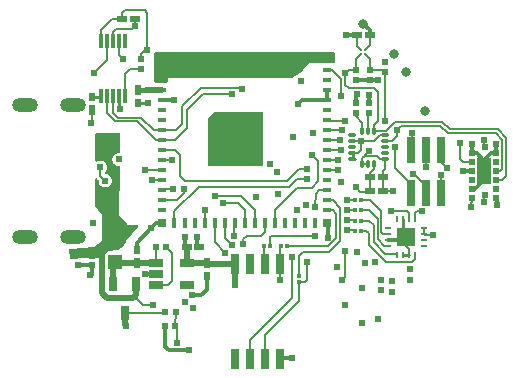
<source format=gtl>
G04 Layer: TopLayer*
G04 Panelize: , Column: 1, Row: 1, Board Size: 43.14mm x 33.02mm, Panelized Board Size: 43.14mm x 33.02mm*
G04 EasyEDA v6.5.37, 2023-11-04 14:50:19*
G04 5fb9839a784f4b4dba235304687c7bf2,9a4ed40c0dd746429eaf55b84663d2fb,10*
G04 Gerber Generator version 0.2*
G04 Scale: 100 percent, Rotated: No, Reflected: No *
G04 Dimensions in millimeters *
G04 leading zeros omitted , absolute positions ,4 integer and 5 decimal *
%FSLAX45Y45*%
%MOMM*%

%AMMACRO1*21,1,$1,$2,0,0,$3*%
%AMMACRO2*4,1,4,-0.2,0.4001,0.2,0.4001,0.2,-0.4001,-0.2,-0.4001,-0.2,0.4001,0*%
%AMMACRO3*4,1,4,-0.1999,0.4001,0.1999,0.4001,0.1999,-0.4001,-0.1999,-0.4001,-0.1999,0.4001,0*%
%ADD10C,0.2000*%
%ADD11C,0.1600*%
%ADD12C,0.3000*%
%ADD13C,0.5000*%
%ADD14C,0.2616*%
%ADD15C,0.2620*%
%ADD16C,0.3130*%
%ADD17C,0.2110*%
%ADD18C,0.2960*%
%ADD19C,0.3632*%
%ADD20C,0.4648*%
%ADD21R,1.1999X1.1999*%
%ADD22R,0.7000X1.2500*%
%ADD23MACRO1,0.324X0.3031X-90.0000*%
%ADD24MACRO1,0.54X0.7901X0.0000*%
%ADD25R,0.5400X0.7901*%
%ADD26MACRO1,0.6223X1.1049X-90.0000*%
%ADD27MACRO1,0.54X0.5656X90.0000*%
%ADD28MACRO1,0.54X0.5656X0.0000*%
%ADD29R,0.5400X0.5657*%
%ADD30MACRO1,0.54X0.7901X90.0000*%
%ADD31MACRO1,0.54X0.5656X-90.0000*%
%ADD32R,1.2000X1.2000*%
%ADD33R,0.6000X0.5000*%
%ADD34R,0.3000X1.3000*%
%ADD35MACRO1,0.54X0.7901X-90.0000*%
%ADD36R,0.2500X0.6000*%
%ADD37R,0.6000X0.2500*%
%ADD38R,1.5000X1.5000*%
%ADD39MACRO1,0.324X0.3031X0.0000*%
%ADD40R,0.3240X0.3031*%
%ADD41MACRO1,0.324X0.3031X90.0000*%
%ADD42R,0.7112X1.7406*%
%ADD43O,0.7999984X0.2800096*%
%ADD44O,0.2800096X0.7999984*%
%ADD45R,0.8001X0.8001*%
%ADD46MACRO2*%
%ADD47MACRO3*%
%ADD48R,0.8001X0.4001*%
%ADD49R,0.7400X2.2000*%
%ADD50R,0.5000X0.5000*%
%ADD51R,1.2000X2.3160*%
%ADD52O,2.1999956000000003X1.1999976*%
%ADD53C,0.8000*%
%ADD54C,0.6096*%
%ADD55C,0.6200*%
%ADD56C,0.0107*%

%LPD*%
G36*
X-459435Y1491538D02*
G01*
X-463296Y1492250D01*
X-466598Y1494434D01*
X-468833Y1497685D01*
X-469646Y1501597D01*
X-471271Y1660347D01*
X-470306Y1665833D01*
X-470306Y1737868D01*
X-469544Y1741728D01*
X-467309Y1745030D01*
X-464007Y1747266D01*
X-460146Y1748028D01*
X1048359Y1748028D01*
X1052271Y1747266D01*
X1055522Y1745030D01*
X1057757Y1741728D01*
X1058519Y1737868D01*
X1058519Y1668627D01*
X1057757Y1664766D01*
X1055573Y1661464D01*
X1052322Y1659280D01*
X1048512Y1658467D01*
X839114Y1655825D01*
X837184Y1654962D01*
X793140Y1596034D01*
X790549Y1593596D01*
X699363Y1534007D01*
X696722Y1532788D01*
X693826Y1532331D01*
X-120243Y1531315D01*
X-355955Y1529283D01*
X-356971Y1528318D01*
X-356311Y1502562D01*
X-356971Y1498600D01*
X-359156Y1495247D01*
X-362458Y1492961D01*
X-366369Y1492148D01*
G37*

%LPD*%
G36*
X-3759Y787349D02*
G01*
X-7670Y788111D01*
X-10922Y790295D01*
X-13157Y793597D01*
X-13919Y797509D01*
X-13919Y1181912D01*
X-13157Y1185824D01*
X-10922Y1189075D01*
X41503Y1241552D01*
X44805Y1243787D01*
X48717Y1244549D01*
X444550Y1244549D01*
X448462Y1243787D01*
X451713Y1241552D01*
X453948Y1238250D01*
X454710Y1234389D01*
X454710Y797509D01*
X453948Y793597D01*
X451713Y790295D01*
X448462Y788111D01*
X444550Y787349D01*
G37*

%LPD*%
G36*
X-1174445Y1219D02*
G01*
X-1178356Y1828D01*
X-1181760Y3860D01*
X-1184097Y7112D01*
X-1185011Y10972D01*
X-1187551Y76504D01*
X-1186942Y80365D01*
X-1184960Y83718D01*
X-1181862Y86055D01*
X-1178102Y87020D01*
X-978611Y100787D01*
X-977239Y101142D01*
X-913536Y150774D01*
X-912469Y152552D01*
X-910590Y371652D01*
X-910945Y373126D01*
X-966978Y448665D01*
X-968451Y451510D01*
X-969010Y454710D01*
X-969010Y671474D01*
X-968197Y675487D01*
X-965860Y678840D01*
X-962406Y680974D01*
X-958342Y681583D01*
X-954379Y680567D01*
X-950163Y676910D01*
X-943406Y670153D01*
X-941019Y666445D01*
X-939647Y651865D01*
X-937107Y642416D01*
X-932942Y633476D01*
X-927303Y625449D01*
X-920394Y618490D01*
X-912317Y612851D01*
X-903427Y608736D01*
X-893927Y606196D01*
X-884123Y605332D01*
X-874369Y606196D01*
X-864869Y608736D01*
X-855980Y612851D01*
X-847902Y618490D01*
X-840994Y625449D01*
X-835355Y633476D01*
X-831189Y642416D01*
X-828649Y651865D01*
X-827786Y661670D01*
X-828649Y671474D01*
X-831189Y680923D01*
X-835355Y689864D01*
X-840994Y697890D01*
X-847902Y704850D01*
X-855980Y710488D01*
X-864869Y714603D01*
X-874369Y717143D01*
X-879856Y717651D01*
X-883462Y718667D01*
X-886460Y720902D01*
X-888441Y724103D01*
X-889152Y728776D01*
X-888390Y732688D01*
X-886155Y735990D01*
X-881887Y740257D01*
X-876249Y748284D01*
X-872083Y757224D01*
X-869543Y766673D01*
X-868680Y776478D01*
X-869543Y786282D01*
X-872083Y795731D01*
X-876249Y804672D01*
X-881887Y812698D01*
X-888796Y819658D01*
X-896874Y825296D01*
X-905764Y829411D01*
X-915263Y831951D01*
X-925017Y832815D01*
X-934821Y831951D01*
X-944321Y829411D01*
X-953211Y825296D01*
X-957275Y823671D01*
X-961644Y823925D01*
X-965504Y825957D01*
X-968146Y829411D01*
X-969060Y833678D01*
X-969111Y1036116D01*
X-969365Y1056182D01*
X-968603Y1060145D01*
X-966419Y1063498D01*
X-963066Y1065682D01*
X-959103Y1066444D01*
X-767080Y1064869D01*
X-763168Y1064056D01*
X-759917Y1061821D01*
X-757732Y1058519D01*
X-757021Y1054608D01*
X-757275Y1031900D01*
X-757021Y1030681D01*
X-758291Y908913D01*
X-759002Y905256D01*
X-761034Y902055D01*
X-764032Y899871D01*
X-767638Y898906D01*
X-778916Y897991D01*
X-788365Y895451D01*
X-797255Y891336D01*
X-805332Y885698D01*
X-812241Y878738D01*
X-817880Y870712D01*
X-822045Y861771D01*
X-824585Y852322D01*
X-825449Y842518D01*
X-824585Y832713D01*
X-822045Y823264D01*
X-817880Y814324D01*
X-812241Y806297D01*
X-805332Y799338D01*
X-797255Y793699D01*
X-788365Y789584D01*
X-778865Y787044D01*
X-768959Y786180D01*
X-765352Y785114D01*
X-762355Y782878D01*
X-760374Y779627D01*
X-759714Y775919D01*
X-763981Y369062D01*
X-763524Y367436D01*
X-702208Y293065D01*
X-700430Y289864D01*
X-699922Y285597D01*
X-617321Y286105D01*
X-613562Y285445D01*
X-610311Y283413D01*
X-608076Y280314D01*
X-607110Y276656D01*
X-607568Y272846D01*
X-609396Y269494D01*
X-705408Y152806D01*
X-705713Y145592D01*
X-706374Y142443D01*
X-707948Y139649D01*
X-743458Y95707D01*
X-746963Y92913D01*
X-751281Y91897D01*
X-762304Y91795D01*
X-779627Y74523D01*
X-782878Y72390D01*
X-786638Y71577D01*
X-858570Y70510D01*
X-859282Y63449D01*
X-860348Y59791D01*
X-862736Y56794D01*
X-866089Y54864D01*
X-872845Y52578D01*
X-877722Y49479D01*
X-881786Y45415D01*
X-884885Y40487D01*
X-886815Y35052D01*
X-887526Y28702D01*
X-888746Y24841D01*
X-891387Y21793D01*
X-894943Y20015D01*
X-951585Y4724D01*
X-954430Y4368D01*
X-1053744Y6350D01*
G37*

%LPD*%
G36*
X217271Y1226108D02*
G01*
X157276Y1166114D01*
X157276Y1106119D01*
X277266Y1106119D01*
X277266Y1226108D01*
G37*
D10*
X-992883Y1258155D02*
G01*
X-992883Y1161034D01*
X-1001778Y1152136D01*
D11*
X1512394Y110329D02*
G01*
X1479628Y110329D01*
X1421208Y169003D01*
X1421208Y339691D01*
X1349834Y411065D01*
X1277698Y411065D01*
X1512399Y210408D02*
G01*
X1470317Y210408D01*
X1453895Y226829D01*
X1453895Y402757D01*
X1359583Y497070D01*
X1280949Y497070D01*
X1587578Y35145D02*
G01*
X1583006Y39717D01*
X1487248Y39717D01*
X1387172Y140047D01*
X1387172Y283811D01*
X1352628Y318101D01*
X1278460Y318101D01*
X1279222Y239107D02*
G01*
X1327482Y239107D01*
X1349326Y217517D01*
X1349326Y117441D01*
X1491312Y-24544D01*
X1491312Y-24544D02*
G01*
X1714832Y-24544D01*
X1737692Y-1684D01*
X1737692Y35145D01*
X758014Y-144178D02*
G01*
X758014Y26509D01*
X789764Y58259D01*
X1007696Y58259D01*
X1103962Y154525D01*
X1103962Y433163D01*
X1042748Y494377D01*
X997028Y494377D01*
X655398Y106773D02*
G01*
X1005156Y106773D01*
X1071196Y172813D01*
X1071196Y380839D01*
X1042494Y409287D01*
X997028Y409287D01*
X41988Y303877D02*
G01*
X41988Y140047D01*
X129110Y52925D01*
D10*
X127078Y304385D02*
G01*
X127078Y176369D01*
X188038Y115409D01*
D12*
X2427450Y518972D02*
G01*
X2428887Y517535D01*
X2428887Y454400D01*
X2427450Y893958D02*
G01*
X2385456Y895601D01*
X2318148Y828294D01*
X2318148Y817869D01*
X2217465Y893958D02*
G01*
X2260488Y893574D01*
X2318148Y835913D01*
X2318148Y817869D01*
X2217465Y968961D02*
G01*
X2217465Y893958D01*
X2217465Y593958D02*
G01*
X2250071Y594360D01*
X2321956Y666244D01*
X2321956Y742939D01*
X2427450Y968961D02*
G01*
X2427450Y893958D01*
D11*
X2427437Y668873D02*
G01*
X2478001Y668873D01*
X2508387Y699254D01*
X2508387Y1011425D01*
X2217465Y518972D02*
G01*
X2215779Y438147D01*
D12*
X2217460Y743958D02*
G01*
X2214918Y746498D01*
X2141222Y746498D01*
D11*
X2322464Y478962D02*
G01*
X2322464Y530618D01*
X2333464Y541619D01*
X2322464Y1008959D02*
G01*
X2322464Y956472D01*
X2331679Y947257D01*
D13*
X-523669Y1429351D02*
G01*
X-403019Y1429351D01*
D12*
X-455853Y-130718D02*
G01*
X-456968Y-131833D01*
X-544319Y-131833D01*
D10*
X-480997Y-391574D02*
G01*
X-564309Y-391574D01*
X-626793Y-329090D01*
X-626793Y-296070D01*
X-625602Y-296163D01*
D13*
X-625523Y-210726D02*
G01*
X-625523Y-310040D01*
X-646097Y-330614D01*
X-867077Y-330614D01*
X-911019Y-286418D01*
X-911019Y62831D01*
D12*
X1352359Y1320380D02*
G01*
X1346964Y1325775D01*
X1346964Y1389118D01*
D11*
X1833879Y560669D02*
G01*
X1833879Y614347D01*
X1729922Y718304D01*
X1724154Y718304D01*
D12*
X997005Y304325D02*
G01*
X1000000Y301332D01*
X1000000Y180078D01*
D10*
X1356537Y572470D02*
G01*
X1352273Y568197D01*
X1276598Y568197D01*
X1240792Y604004D01*
X1391879Y804631D02*
G01*
X1391879Y763483D01*
X1354581Y726186D01*
X1358574Y722193D01*
X1358574Y689564D01*
X1465658Y572355D02*
G01*
X1555828Y572863D01*
X1350342Y914493D02*
G01*
X1314782Y878933D01*
X1314782Y872837D01*
X552023Y304388D02*
G01*
X552023Y416653D01*
X737946Y602584D01*
X864946Y602584D01*
X913711Y655411D01*
X913711Y831771D01*
X870460Y875022D01*
D11*
X-403019Y919319D02*
G01*
X-292275Y919319D01*
X-250111Y877409D01*
X-250111Y700879D01*
X-209217Y659731D01*
X651842Y659731D01*
X-298119Y303877D02*
G01*
X-298119Y406478D01*
X-93903Y610707D01*
X674720Y610707D01*
X741931Y677918D01*
X827534Y677918D01*
X827280Y760722D02*
G01*
X752825Y760722D01*
X651837Y659734D01*
D12*
X-86461Y99568D02*
G01*
X-105915Y119021D01*
X-105915Y187444D01*
D11*
X469648Y-845573D02*
G01*
X469648Y-647694D01*
X758014Y-359328D01*
X758014Y-192692D01*
X758014Y-192692D02*
G01*
X808814Y-192692D01*
X820168Y-181338D01*
X820168Y-28455D01*
X-290220Y-567695D02*
G01*
X-272539Y-585376D01*
X-272539Y-709429D01*
D12*
X-376857Y-567596D02*
G01*
X-376857Y-742348D01*
X-344853Y-774098D01*
X-177213Y-774098D01*
X-206499Y183380D02*
G01*
X-206499Y110589D01*
X-195478Y99568D01*
X-25067Y-144178D02*
G01*
X-25067Y-261272D01*
X-70533Y-306738D01*
X-151813Y-306738D01*
X-495297Y261612D02*
G01*
X-452584Y304325D01*
X-402993Y304325D01*
X-618919Y74007D02*
G01*
X-618919Y137990D01*
X-495297Y261612D01*
X-997884Y-52230D02*
G01*
X-999162Y-137068D01*
X-1000841Y-135389D01*
X-1013711Y-135389D01*
X-997965Y-52196D02*
G01*
X-1002017Y-56248D01*
X-1117856Y-56248D01*
D10*
X1687654Y35145D02*
G01*
X1686638Y84421D01*
X1662508Y108297D01*
X1662508Y185005D01*
X1481896Y1044610D02*
G01*
X1445168Y1044610D01*
X1395222Y994663D01*
X1283461Y994663D01*
X1358470Y689449D02*
G01*
X1356438Y572355D01*
X1202006Y894681D02*
G01*
X1255854Y894681D01*
X1283540Y922367D01*
X1283540Y994757D01*
X1201882Y994620D02*
G01*
X1201915Y994656D01*
X1283464Y994656D01*
D11*
X1481889Y994630D02*
G01*
X1543004Y994630D01*
X1562181Y1013807D01*
D12*
X1248234Y1893917D02*
G01*
X1157556Y1892139D01*
X1247726Y1391759D02*
G01*
X1235270Y1379303D01*
X1235270Y1319126D01*
D11*
X1391998Y1084673D02*
G01*
X1391998Y1131663D01*
X1425018Y1164937D01*
X1425018Y1414873D01*
X1394538Y1445607D01*
X1177622Y1445607D01*
X1148412Y1474817D01*
X1148412Y1573369D01*
X1176606Y1601563D01*
X1236550Y1601563D01*
D12*
X1356438Y1514708D02*
G01*
X1359120Y1517388D01*
X1421640Y1517388D01*
X1236550Y1514949D02*
G01*
X1356438Y1514695D01*
X997005Y1344330D02*
G01*
X784016Y1344330D01*
X749302Y1309616D01*
X997000Y1429318D02*
G01*
X997000Y1344330D01*
X1300612Y1991888D02*
G01*
X1357320Y1935180D01*
X1357320Y1893945D01*
D11*
X1291922Y1084673D02*
G01*
X1291922Y1150967D01*
X1235280Y1207609D01*
X1235280Y1232501D01*
D14*
X1213436Y894681D02*
G01*
X1213436Y842865D01*
X1228676Y842865D01*
D11*
X1291922Y804511D02*
G01*
X1291922Y849977D01*
X1314782Y872837D01*
X1418160Y872837D01*
X1446100Y844643D01*
X1493344Y844643D01*
X1960879Y560669D02*
G01*
X1960628Y560920D01*
X1960628Y708906D01*
X1232639Y497070D02*
G01*
X1232131Y497578D01*
X1160274Y497578D01*
X1110820Y1381091D02*
G01*
X1110820Y1522823D01*
X1034112Y1599277D01*
X997028Y1599277D01*
X1570230Y945126D02*
G01*
X1570230Y768266D01*
X1635838Y702657D01*
X1706882Y560671D02*
G01*
X1706882Y631614D01*
X1635838Y702657D01*
X1833879Y920666D02*
G01*
X1833879Y780011D01*
X1833374Y779505D01*
X1833374Y776978D01*
X997005Y749333D02*
G01*
X997049Y749292D01*
X1089662Y749292D01*
X997005Y834321D02*
G01*
X998722Y832604D01*
X1090170Y832604D01*
X997005Y919340D02*
G01*
X997394Y919726D01*
X1107950Y919726D01*
X997005Y1004326D02*
G01*
X1000290Y1007610D01*
X1103886Y1007610D01*
X997005Y1089314D02*
G01*
X997176Y1089144D01*
X1116586Y1089144D01*
X997005Y1174325D02*
G01*
X1000653Y1170678D01*
X1145542Y1170678D01*
D10*
X1116840Y-181109D02*
G01*
X1141989Y-155961D01*
X1141989Y63235D01*
D11*
X1706879Y920666D02*
G01*
X1713740Y927526D01*
X1713740Y1066030D01*
X1562181Y1013807D02*
G01*
X1588264Y1039891D01*
X1588264Y1088890D01*
X-402993Y834321D02*
G01*
X-401530Y832858D01*
X-318767Y832858D01*
X-403019Y494377D02*
G01*
X-277792Y494377D01*
X-218691Y553481D01*
X-218691Y592320D01*
X596645Y-46517D02*
G01*
X596645Y-180604D01*
X596140Y-181109D01*
X-816785Y1377027D02*
G01*
X-816785Y1237581D01*
X-775383Y1196433D01*
X-581835Y1196433D01*
X-474901Y1089245D01*
X-403019Y1089245D01*
X342648Y-845573D02*
G01*
X342648Y-683519D01*
X695965Y-330202D01*
X695965Y18023D01*
D10*
X297007Y304325D02*
G01*
X297007Y414309D01*
X241170Y470146D01*
X113286Y470146D01*
X381988Y304325D02*
G01*
X381988Y411767D01*
X264934Y528820D01*
X45722Y528820D01*
D11*
X-402993Y579335D02*
G01*
X-393057Y589272D01*
X-307591Y589272D01*
X-403019Y749393D02*
G01*
X-545259Y748377D01*
X-403019Y664303D02*
G01*
X-489125Y665065D01*
X1230866Y239034D02*
G01*
X1224541Y245356D01*
X1159258Y245356D01*
X1230096Y318023D02*
G01*
X1219959Y328160D01*
X1162814Y328160D01*
X1229339Y410966D02*
G01*
X1228829Y410456D01*
X1163322Y410456D01*
X506757Y105910D02*
G01*
X506757Y180616D01*
X519429Y193286D01*
X895357Y193286D01*
D10*
X466930Y304385D02*
G01*
X466930Y226661D01*
X436450Y196181D01*
X318086Y196181D01*
X286082Y164177D01*
X286082Y129379D01*
D11*
X-40891Y413758D02*
G01*
X-40891Y306438D01*
X-43004Y304325D01*
X895428Y441037D02*
G01*
X897206Y551273D01*
X925400Y579213D01*
X997028Y579213D01*
X607037Y106672D02*
G01*
X596645Y96281D01*
X596645Y-46517D01*
X458447Y105910D02*
G01*
X458447Y-35318D01*
X469645Y-46517D01*
D13*
X215645Y-46517D02*
G01*
X215645Y-222768D01*
X213108Y-225305D01*
X-196009Y-35720D02*
G01*
X-195501Y99661D01*
X-25067Y-35212D02*
G01*
X-196009Y-35720D01*
X215648Y-46515D02*
G01*
X-25069Y-46515D01*
X-25069Y-35201D01*
D10*
X210060Y192270D02*
G01*
X210060Y302374D01*
X212013Y304325D01*
X-288465Y-452280D02*
G01*
X-290243Y-567596D01*
X-375003Y-452371D02*
G01*
X-383392Y-460763D01*
X-720595Y-460763D01*
D13*
X-720595Y-460763D02*
G01*
X-720595Y-552195D01*
X-706120Y-566671D01*
D10*
X-370761Y100169D02*
G01*
X-321231Y50639D01*
X-321231Y-190914D01*
X-356029Y-225712D01*
X-455851Y-225712D01*
X-457375Y100169D02*
G01*
X-455851Y-35720D01*
D13*
X-618919Y-34958D02*
G01*
X-455851Y-35720D01*
X-801624Y-30706D02*
G01*
X-797392Y-34937D01*
X-618995Y-34937D01*
X-815591Y-210827D02*
G01*
X-815591Y-44678D01*
X-801618Y-30706D01*
D10*
X-884171Y661662D02*
G01*
X-925070Y702561D01*
X-925070Y720846D01*
X-925070Y776475D01*
D11*
X1737438Y335119D02*
G01*
X1737438Y384395D01*
X1756737Y403445D01*
X1797204Y403445D01*
X1797306Y403344D01*
X1687507Y334357D02*
G01*
X1687507Y386956D01*
X1672699Y401772D01*
X1527380Y401772D01*
X1532844Y401772D01*
X1536448Y405376D01*
X1812498Y260337D02*
G01*
X1812498Y210355D01*
X1812498Y210352D02*
G01*
X1819150Y203700D01*
X1891794Y203700D01*
D15*
X1662503Y185135D02*
G01*
X1637477Y210131D01*
X1637477Y335147D01*
X1687644Y35153D02*
G01*
X1637637Y35153D01*
D16*
X1512486Y160337D02*
G01*
X1637723Y160337D01*
X1662503Y185135D01*
D11*
X1356438Y1601307D02*
G01*
X1468531Y1601307D01*
X1483870Y1585968D01*
X1486489Y1583349D01*
X1486489Y1170122D01*
X1467688Y689449D02*
G01*
X1467180Y747107D01*
X1481889Y761817D01*
X1481889Y844618D01*
X1465658Y572355D02*
G01*
X1467690Y689449D01*
X1303393Y804585D02*
G01*
X1303446Y804638D01*
X1341884Y804638D01*
X1341884Y1084623D02*
G01*
X1341884Y1223332D01*
X1352359Y1233807D01*
X1318265Y1771528D02*
G01*
X1357320Y1810583D01*
X1357320Y1893945D01*
X1278285Y1771528D02*
G01*
X1248303Y1801510D01*
X1248303Y1893945D01*
X1278285Y1731548D02*
G01*
X1236553Y1689816D01*
X1236553Y1601525D01*
X1318265Y1731548D02*
G01*
X1356441Y1693372D01*
X1356441Y1601271D01*
D12*
X-304975Y1344007D02*
G01*
X-403019Y1344261D01*
D11*
X-332351Y1089314D02*
G01*
X-281152Y1089314D01*
X-232585Y1137886D01*
X-232585Y1292308D01*
X-76626Y1448262D01*
X269814Y1448262D01*
X277954Y1440121D01*
X-866767Y1378300D02*
G01*
X-866767Y1233832D01*
X-798245Y1165308D01*
X-615868Y1165308D01*
X-454886Y1004326D01*
X-290951Y1004326D01*
X-190418Y1104859D01*
X-190418Y1261061D01*
X-59618Y1391861D01*
X187784Y1391861D01*
X-402996Y1089314D02*
G01*
X-288719Y1089314D01*
D10*
X-916861Y1847181D02*
G01*
X-916861Y1939129D01*
X-825675Y2030061D01*
X-740331Y2030061D01*
X-740331Y2030061D02*
G01*
X-740331Y2083909D01*
X-714169Y2109817D01*
X-551609Y2109817D01*
X-526463Y2084671D01*
X-526463Y1764123D01*
X-816785Y1847181D02*
G01*
X-816785Y1924397D01*
X-793417Y1947765D01*
X-656003Y1947765D01*
X-631111Y1972657D01*
X-631111Y1972657D02*
G01*
X-631111Y1972657D01*
X-631111Y2030061D01*
X-578025Y1691225D02*
G01*
X-578025Y1734151D01*
X-548053Y1764123D01*
X-526463Y1764123D01*
X-766780Y1847103D02*
G01*
X-766780Y1729460D01*
X-733219Y1695899D01*
X-866785Y1847103D02*
G01*
X-866785Y1686803D01*
X-987216Y1566372D01*
D17*
X-716760Y1377104D02*
G01*
X-716760Y1563773D01*
X-675896Y1604637D01*
X-578004Y1604637D01*
D18*
X-520113Y1319979D02*
G01*
X-521004Y1320871D01*
X-606976Y1320871D01*
D19*
X596645Y-845576D02*
G01*
X602998Y-839223D01*
X693676Y-839223D01*
D20*
X-523669Y1429453D02*
G01*
X-524073Y1429857D01*
X-606976Y1429857D01*
D15*
X-992883Y1367172D02*
G01*
X-926693Y1367172D01*
X-916762Y1377104D01*
X-766767Y1377104D02*
G01*
X-766767Y1273771D01*
X-758111Y1265115D01*
D11*
X2217470Y818967D02*
G01*
X2142672Y818967D01*
X2117857Y843790D01*
X2117857Y981194D01*
X2116076Y981194D01*
X2508328Y1011521D02*
G01*
X2508328Y1026761D01*
X2437462Y1097627D01*
X2033602Y1097627D01*
X1970102Y1161127D01*
X1568528Y1161127D01*
X1492074Y1084673D01*
X1391998Y1084673D01*
X1588340Y1088991D02*
G01*
X1622376Y1123027D01*
X1953846Y1123027D01*
X2014806Y1062067D01*
X2422222Y1062067D01*
X2476832Y1007457D01*
X2476832Y759807D01*
X2461084Y744059D01*
X2427556Y744059D01*
X1960879Y920666D02*
G01*
X1960879Y823716D01*
X2012952Y771644D01*
D21*
G01*
X52250Y1011953D03*
G01*
X52250Y846955D03*
G01*
X217248Y846955D03*
G01*
X382247Y846955D03*
G01*
X382247Y1011953D03*
G01*
X382247Y1176952D03*
G01*
X217248Y1176952D03*
G01*
X217248Y1011953D03*
D22*
G01*
X-720519Y-460662D03*
G01*
X-815515Y-210726D03*
G01*
X-625523Y-210726D03*
D23*
G01*
X1230937Y239107D03*
G01*
X1279248Y239107D03*
G01*
X1230175Y318101D03*
G01*
X1278486Y318101D03*
G01*
X1229413Y411065D03*
G01*
X1277724Y411065D03*
G01*
X1232715Y497171D03*
G01*
X1281026Y497171D03*
D24*
G01*
X-992886Y1258166D03*
D25*
G01*
X-992883Y1367172D03*
D26*
G01*
X-195879Y-225783D03*
G01*
X-195879Y-35834D03*
G01*
X-455884Y-35831D03*
G01*
X-455884Y-130746D03*
G01*
X-455881Y-225778D03*
D27*
G01*
X-370737Y100076D03*
G01*
X-457302Y100076D03*
D28*
G01*
X-1117854Y30328D03*
D29*
G01*
X-1117851Y-56243D03*
D30*
G01*
X-86464Y99568D03*
G01*
X-195474Y99568D03*
D27*
G01*
X-288441Y-452373D03*
G01*
X-375006Y-452373D03*
D31*
G01*
X-376784Y-567689D03*
G01*
X-290219Y-567689D03*
D24*
G01*
X-618997Y-34947D03*
D25*
G01*
X-618995Y74058D03*
D32*
G01*
X-801621Y289272D03*
G01*
X-801621Y-30716D03*
D33*
G01*
X-997963Y-52204D03*
G01*
X-997963Y27805D03*
D34*
G01*
X-916759Y1377104D03*
G01*
X-866772Y1377104D03*
G01*
X-816785Y1377104D03*
G01*
X-766772Y1377104D03*
G01*
X-716760Y1377104D03*
G01*
X-716785Y1847080D03*
G01*
X-766772Y1847080D03*
G01*
X-816759Y1847080D03*
G01*
X-866772Y1847080D03*
G01*
X-916785Y1847080D03*
D35*
G01*
X1248305Y1893945D03*
G01*
X1357317Y1893945D03*
D24*
G01*
X-25064Y-35201D03*
D25*
G01*
X-25067Y-144203D03*
D24*
G01*
X-606978Y1429870D03*
D25*
G01*
X-606981Y1320868D03*
D36*
G01*
X1587654Y35145D03*
G01*
X1637642Y35145D03*
G01*
X1687654Y35145D03*
G01*
X1737641Y35145D03*
D37*
G01*
X1812495Y110355D03*
G01*
X1812495Y160342D03*
G01*
X1812495Y210355D03*
G01*
X1812495Y260342D03*
D36*
G01*
X1737489Y335145D03*
G01*
X1687502Y335145D03*
G01*
X1637489Y335145D03*
G01*
X1587654Y335145D03*
D37*
G01*
X1512496Y260342D03*
G01*
X1512496Y210355D03*
G01*
X1512496Y160342D03*
G01*
X1512496Y110355D03*
D38*
G01*
X1662508Y185132D03*
D28*
G01*
X-578022Y1691189D03*
D29*
G01*
X-578025Y1604611D03*
D30*
G01*
X1467589Y689564D03*
G01*
X1358577Y689564D03*
D28*
G01*
X1235268Y1232548D03*
D29*
G01*
X1235280Y1319115D03*
D28*
G01*
X1352362Y1233818D03*
D29*
G01*
X1352374Y1320385D03*
D30*
G01*
X1465557Y572470D03*
G01*
X1356545Y572470D03*
D39*
G01*
X757935Y-192557D03*
D40*
G01*
X757938Y-144254D03*
D23*
G01*
X607034Y106680D03*
G01*
X655345Y106680D03*
D41*
G01*
X506755Y105918D03*
G01*
X458444Y105918D03*
D42*
G01*
X215648Y-845548D03*
G01*
X342648Y-845548D03*
G01*
X469648Y-845548D03*
G01*
X596648Y-845548D03*
G01*
X596648Y-46489D03*
G01*
X469648Y-46489D03*
G01*
X342648Y-46489D03*
G01*
X215648Y-46489D03*
D43*
G01*
X1481889Y844618D03*
G01*
X1481889Y894631D03*
G01*
X1481889Y944618D03*
G01*
X1481889Y994630D03*
G01*
X1481889Y1044618D03*
D44*
G01*
X1391871Y1084623D03*
G01*
X1341884Y1084623D03*
G01*
X1291871Y1084623D03*
D43*
G01*
X1201879Y1044618D03*
G01*
X1201879Y994630D03*
G01*
X1201879Y944618D03*
G01*
X1201879Y894631D03*
G01*
X1201879Y844618D03*
D44*
G01*
X1291871Y804638D03*
G01*
X1341884Y804638D03*
G01*
X1391871Y804638D03*
D45*
G01*
X-402993Y1704306D03*
D46*
G01*
X-298000Y1704319D03*
G01*
X-212986Y1704319D03*
G01*
X-127998Y1704319D03*
G01*
X-42984Y1704319D03*
G01*
X42003Y1704319D03*
D47*
G01*
X127005Y1704319D03*
D46*
G01*
X212006Y1704319D03*
G01*
X382008Y1704319D03*
D47*
G01*
X297007Y1704319D03*
G01*
X467009Y1704319D03*
D46*
G01*
X552010Y1704319D03*
G01*
X636998Y1704319D03*
G01*
X722012Y1704319D03*
G01*
X807001Y1704319D03*
G01*
X892014Y1704319D03*
D45*
G01*
X997003Y1704306D03*
D48*
G01*
X997003Y1599303D03*
G01*
X997003Y1514314D03*
G01*
X997003Y1429326D03*
G01*
X997003Y1344312D03*
G01*
X997003Y1259298D03*
G01*
X997003Y1174310D03*
G01*
X997003Y1089296D03*
G01*
X997003Y1004333D03*
G01*
X997003Y919319D03*
G01*
X997003Y834306D03*
G01*
X997003Y749317D03*
G01*
X997003Y664303D03*
G01*
X997003Y579315D03*
G01*
X997003Y494301D03*
G01*
X997003Y409313D03*
D45*
G01*
X997003Y304309D03*
D46*
G01*
X892014Y304322D03*
G01*
X807001Y304322D03*
G01*
X722012Y304322D03*
G01*
X636998Y304322D03*
G01*
X552010Y304322D03*
D47*
G01*
X467009Y304322D03*
D46*
G01*
X382008Y304322D03*
D47*
G01*
X297007Y304322D03*
D46*
G01*
X212006Y304322D03*
D47*
G01*
X127005Y304322D03*
D46*
G01*
X42003Y304322D03*
G01*
X-42984Y304322D03*
G01*
X-127998Y304322D03*
G01*
X-212986Y304322D03*
G01*
X-298000Y304322D03*
D45*
G01*
X-402993Y304309D03*
D48*
G01*
X-402993Y409313D03*
G01*
X-402993Y494301D03*
G01*
X-402993Y579315D03*
G01*
X-402993Y664303D03*
G01*
X-402993Y749317D03*
G01*
X-402993Y834306D03*
G01*
X-402993Y919319D03*
G01*
X-402993Y1004333D03*
G01*
X-402993Y1089296D03*
G01*
X-402993Y1174310D03*
G01*
X-402993Y1259298D03*
G01*
X-402993Y1344312D03*
G01*
X-402993Y1429326D03*
G01*
X-402993Y1599303D03*
G01*
X-402993Y1514314D03*
D10*
G01*
X1318262Y1771515D03*
G01*
X1318262Y1731535D03*
G01*
X1278282Y1771515D03*
G01*
X1278282Y1731535D03*
D28*
G01*
X1236553Y1514961D03*
D29*
G01*
X1236550Y1601538D03*
D28*
G01*
X1356441Y1514707D03*
D29*
G01*
X1356438Y1601284D03*
D35*
G01*
X-740224Y2030176D03*
G01*
X-631212Y2030176D03*
D49*
G01*
X1960882Y920666D03*
G01*
X1960882Y560671D03*
G01*
X1833882Y920666D03*
G01*
X1833882Y560671D03*
G01*
X1706882Y920666D03*
G01*
X1706882Y560671D03*
D50*
G01*
X2217473Y518965D03*
G01*
X2217473Y593971D03*
G01*
X2217473Y668952D03*
G01*
X2217473Y743958D03*
G01*
X2217473Y818964D03*
G01*
X2217473Y893970D03*
G01*
X2217473Y968951D03*
G01*
X2322476Y478960D03*
D51*
G01*
X2322476Y743958D03*
D50*
G01*
X2322476Y1008956D03*
G01*
X2427455Y518965D03*
G01*
X2427455Y593971D03*
G01*
X2427455Y668952D03*
G01*
X2427455Y743958D03*
G01*
X2427455Y818964D03*
G01*
X2427455Y893970D03*
G01*
X2427455Y968951D03*
D52*
G01*
X-1160447Y181907D03*
G01*
X-1560446Y181907D03*
G01*
X-1160447Y1305882D03*
G01*
X-1560446Y1305882D03*
D53*
G01*
X1562254Y1730265D03*
G01*
X1300609Y1991885D03*
G01*
X1823900Y1249697D03*
G01*
X1661695Y1582234D03*
D54*
G01*
X-520113Y1319979D03*
G01*
X1891794Y203700D03*
G01*
X-526463Y1764225D03*
G01*
X-758111Y1265115D03*
G01*
X693676Y-839223D03*
G01*
X-523669Y1429453D03*
G01*
X277954Y1440121D03*
G01*
X187784Y1391861D03*
G01*
X-299641Y1599379D03*
G01*
X-304975Y1344109D03*
G01*
X-978532Y1575046D03*
G01*
X-733219Y1695899D03*
G01*
X-631111Y1972657D03*
G01*
X-1001773Y1152136D03*
G01*
X1110744Y1380990D03*
G01*
X1486486Y1170119D03*
G01*
X1588264Y1088890D03*
G01*
X1797306Y403344D03*
G01*
X1536448Y405376D03*
G01*
X-925065Y776470D03*
G01*
X-884171Y661662D03*
G01*
X45722Y528820D03*
G01*
X113286Y470146D03*
G01*
X-910333Y433824D03*
G01*
X-907539Y1011674D03*
G01*
X-706041Y-566580D03*
G01*
X-481073Y-391675D03*
G01*
X-212595Y-363227D03*
G01*
X210060Y192270D03*
G01*
X187962Y115308D03*
G01*
X-142745Y-420123D03*
G01*
X286006Y129278D03*
G01*
X213108Y-225305D03*
G01*
X895352Y193286D03*
G01*
X895352Y440936D03*
G01*
X695962Y18026D03*
G01*
X-40891Y413758D03*
G01*
X1116840Y-181109D03*
G01*
X1141986Y63238D03*
G01*
X1160274Y497578D03*
G01*
X1163322Y410456D03*
G01*
X1162814Y328160D03*
G01*
X-545335Y748276D03*
G01*
X-489201Y664964D03*
G01*
X-218691Y592320D03*
G01*
X-307591Y589272D03*
G01*
X827534Y677918D03*
G01*
X820168Y-28455D03*
G01*
X815596Y451858D03*
G01*
X574296Y731512D03*
G01*
X596140Y-181109D03*
G01*
X737618Y410202D03*
G01*
X514682Y805781D03*
G01*
X827280Y760722D03*
G01*
X-318767Y832858D03*
G01*
X2333475Y541621D03*
G01*
X2331697Y947259D03*
G01*
X2141222Y746498D03*
G01*
X2116076Y981194D03*
G01*
X2215771Y438142D03*
G01*
X1713740Y1066030D03*
G01*
X1089662Y749292D03*
G01*
X1090170Y832604D03*
G01*
X1107950Y919726D03*
G01*
X1103886Y1007610D03*
G01*
X1145542Y1170678D03*
G01*
X1116586Y1089144D03*
G01*
X1724154Y718304D03*
G01*
X1960628Y708906D03*
G01*
X1833374Y776978D03*
G01*
X2012952Y771644D03*
G01*
X1570230Y945126D03*
G01*
X140972Y1076952D03*
G01*
X134114Y931410D03*
G01*
X300230Y1080508D03*
G01*
X296674Y931410D03*
G01*
X1148336Y1573268D03*
G01*
X1483870Y1585968D03*
G01*
X774702Y1509768D03*
G01*
X1485394Y1668264D03*
G01*
X706630Y1032756D03*
G01*
X392940Y526534D03*
G01*
X749302Y1309616D03*
G01*
X1421640Y1517388D03*
G01*
X1247726Y1391759D03*
G01*
X1157556Y1892139D03*
G01*
X1283464Y994656D03*
G01*
X878410Y1064607D03*
G01*
X2318133Y817872D03*
G01*
X2428877Y454398D03*
G01*
X1662508Y185132D03*
G01*
X1246278Y61358D03*
G01*
X-989073Y302252D03*
G01*
X-1013711Y-135389D03*
G01*
X-769109Y842510D03*
G01*
X-495297Y261612D03*
G01*
X-151889Y-306839D03*
G01*
X-177213Y-774098D03*
G01*
X-206499Y183380D03*
G01*
X-272539Y-709429D03*
G01*
X129034Y52824D03*
G01*
X-105915Y187444D03*
G01*
X580138Y546092D03*
G01*
X870460Y875022D03*
G01*
X1112522Y653280D03*
G01*
X1350342Y914493D03*
G01*
X1555828Y572863D03*
G01*
X1240792Y604004D03*
G01*
X1078994Y-70619D03*
G01*
X1452628Y-267977D03*
G01*
X1000000Y180078D03*
G01*
X2321943Y742942D03*
G01*
X2323238Y667504D03*
G01*
X1346964Y1389118D03*
D55*
G01*
X-544319Y-131833D03*
D54*
G01*
X1159258Y245356D03*
G01*
X1314198Y-32519D03*
G01*
X1402844Y-30233D03*
G01*
X1452882Y-181617D03*
G01*
X1543052Y-183649D03*
G01*
X1696468Y-178061D03*
G01*
X1694436Y-88653D03*
G01*
X1541274Y-280423D03*
G01*
X1425450Y-505213D03*
G01*
X1148158Y-394114D03*
G01*
X1290652Y-543974D03*
G01*
X1290652Y-244000D03*
M02*

</source>
